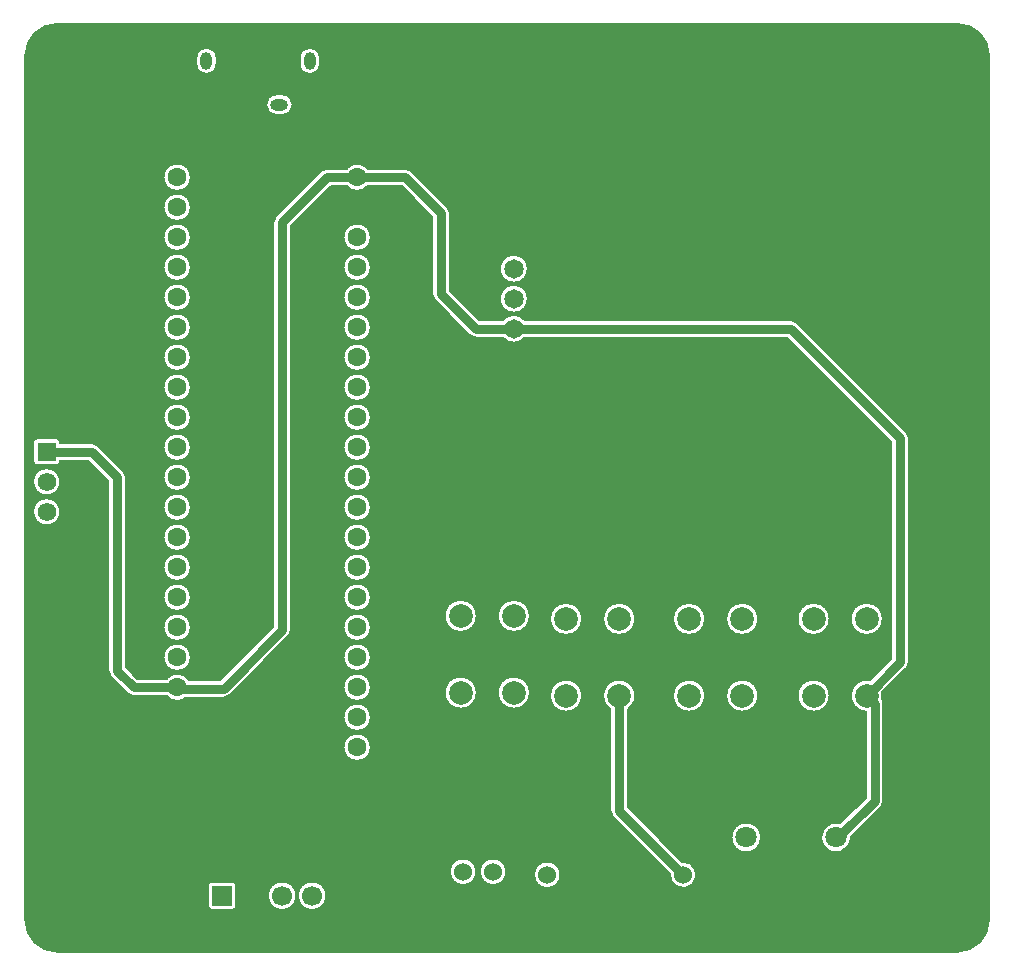
<source format=gbl>
G04 Layer: BottomLayer*
G04 EasyEDA Pro v2.2.34.8, 2025-02-03 13:19:09*
G04 Gerber Generator version 0.3*
G04 Scale: 100 percent, Rotated: No, Reflected: No*
G04 Dimensions in millimeters*
G04 Leading zeros omitted, absolute positions, 4 integers and 5 decimals*
%FSLAX45Y45*%
%MOMM*%
%ADD10C,0.2032*%
%ADD11C,1.8*%
%ADD12C,1.65001*%
%ADD13C,1.524*%
%ADD14R,1.5748X1.5748*%
%ADD15C,1.5748*%
%ADD16C,1.6*%
%ADD17C,2.0040*%
%ADD18C,2.0*%
%ADD19O,1.524X1.0*%
%ADD20O,1.0X1.524*%
%ADD21R,1.7X1.7*%
%ADD22C,1.7*%
%ADD23C,0.61*%
%ADD24C,0.762*%
G75*


G04 Copper Start*
G36*
G01X2982214Y9847300D02*
G02X3246400Y10111486I264186J0D01*
G01X10876000Y10111486D01*
G02X11140186Y9847300I0J-264186D01*
G01X11140186Y2522500D01*
G02X10876000Y2258314I-264186J0D01*
G01X3246400Y2258314D01*
G02X2982214Y2522500I0J264186D01*
G01X2982214Y9847300D01*
G37*
%LPC*%
G36*
G01X3685286Y4635500D02*
G03X3706935Y4583235I73914J0D01*
G01X3846630Y4443540D01*
G03X3898895Y4421891I52265J52265D01*
G01X4178037Y4421891D01*
G03X4344074Y4409186I89160J73914D01*
G01X4660900Y4409186D01*
G03X4713165Y4430835I0J73914D01*
G01X5208465Y4926135D01*
G03X5230114Y4978400I-52265J52265D01*
G01X5230114Y8402184D01*
G01X5567821Y8739891D01*
G01X5702037Y8739891D01*
G03X5880358Y8739891I89160J73914D01*
G01X6166979Y8739891D01*
G01X6428486Y8478384D01*
G01X6428486Y7823200D01*
G03X6450135Y7770935I73914J0D01*
G01X6742235Y7478835D01*
G03X6794500Y7457186I52265J52265D01*
G01X7025469Y7457186D01*
G03X7210240Y7457186I92385J73914D01*
G01X9430884Y7457186D01*
G01X10314686Y6573384D01*
G01X10314686Y4738430D01*
G01X10133895Y4557639D01*
G03X9970926Y4442418I-28302J-132832D01*
G03X10098786Y4289164I134667J-17611D01*
G01X10098786Y3561216D01*
G01X9882231Y3344661D01*
G03X9744667Y3149194I-36624J-120365D01*
G03X9971419Y3224789I100939J75102D01*
G01X10224965Y3478335D01*
G03X10246614Y3530600I-52265J52265D01*
G01X10246614Y4357700D01*
G03X10237633Y4393013I-73914J0D01*
G03X10238425Y4453109I-132040J31794D01*
G01X10440865Y4655549D01*
G03X10462514Y4707814I-52265J52265D01*
G01X10462514Y6604000D01*
G03X10440865Y6656265I-73914J0D01*
G01X9513765Y7583365D01*
G03X9461500Y7605014I-52265J-52265D01*
G01X7210240Y7605014D01*
G03X7025469Y7605014I-92385J-73914D01*
G01X6825116Y7605014D01*
G01X6576314Y7853816D01*
G01X6576314Y8509000D01*
G03X6554665Y8561265I-73914J0D01*
G01X6249860Y8866070D01*
G03X6197595Y8887719I-52265J-52265D01*
G01X5880358Y8887719D01*
G03X5702037Y8887719I-89160J-73914D01*
G01X5537205Y8887719D01*
G03X5484940Y8866070I0J-73914D01*
G01X5103935Y8485065D01*
G03X5082286Y8432800I52265J-52265D01*
G01X5082286Y5009016D01*
G01X4630284Y4557014D01*
G01X4365515Y4557014D01*
G03X4178037Y4569719I-98317J-61209D01*
G01X3929511Y4569719D01*
G01X3833114Y4666116D01*
G01X3833114Y6273800D01*
G03X3811465Y6326065I-73914J0D01*
G01X3595565Y6541965D01*
G03X3543300Y6563614I-52265J-52265D01*
G01X3276854Y6563614D01*
G01X3276854Y6568440D01*
G03X3241040Y6604254I-35814J0D01*
G01X3083560Y6604254D01*
G03X3047746Y6568440I0J-35814D01*
G01X3047746Y6410960D01*
G03X3083560Y6375146I35814J0D01*
G01X3241040Y6375146D01*
G03X3276854Y6410960I0J35814D01*
G01X3276854Y6415786D01*
G01X3512684Y6415786D01*
G01X3685286Y6243184D01*
G01X3685286Y4635500D01*
G37*
G36*
G01X3162300Y6096254D02*
G03X3162300Y5867146I0J-114554D01*
G03X3162300Y6096254I0J114554D01*
G37*
G36*
G01X3162300Y6350254D02*
G03X3162300Y6121146I0J-114554D01*
G03X3162300Y6350254I0J114554D01*
G37*
G36*
G01X4267197Y7173991D02*
G03X4267197Y7405619I0J115814D01*
G03X4267197Y7173991I0J-115814D01*
G37*
G36*
G01X4267197Y7427991D02*
G03X4267197Y7659619I0J115814D01*
G03X4267197Y7427991I0J-115814D01*
G37*
G36*
G01X4267197Y6919991D02*
G03X4267197Y7151619I0J115814D01*
G03X4267197Y6919991I0J-115814D01*
G37*
G36*
G01X4267197Y8189991D02*
G03X4267197Y8421619I0J115814D01*
G03X4267197Y8189991I0J-115814D01*
G37*
G36*
G01X4267197Y8443991D02*
G03X4267197Y8675619I0J115814D01*
G03X4267197Y8443991I0J-115814D01*
G37*
G36*
G01X4267197Y7681991D02*
G03X4267197Y7913619I0J115814D01*
G03X4267197Y7681991I0J-115814D01*
G37*
G36*
G01X4267197Y7935991D02*
G03X4267197Y8167619I0J115814D01*
G03X4267197Y7935991I0J-115814D01*
G37*
G36*
G01X4267197Y6665991D02*
G03X4267197Y6897619I0J115814D01*
G03X4267197Y6665991I0J-115814D01*
G37*
G36*
G01X4267197Y6157991D02*
G03X4267197Y6389619I0J115814D01*
G03X4267197Y6157991I0J-115814D01*
G37*
G36*
G01X4267197Y6411991D02*
G03X4267197Y6643619I0J115814D01*
G03X4267197Y6411991I0J-115814D01*
G37*
G36*
G01X4267197Y5903991D02*
G03X4267197Y6135619I0J115814D01*
G03X4267197Y5903991I0J-115814D01*
G37*
G36*
G01X4267197Y8697991D02*
G03X4267197Y8929619I0J115814D01*
G03X4267197Y8697991I0J-115814D01*
G37*
G36*
G01X4267197Y4633991D02*
G03X4267197Y4865619I0J115814D01*
G03X4267197Y4633991I0J-115814D01*
G37*
G36*
G01X4267197Y5395991D02*
G03X4267197Y5627619I0J115814D01*
G03X4267197Y5395991I0J-115814D01*
G37*
G36*
G01X4267197Y5649991D02*
G03X4267197Y5881619I0J115814D01*
G03X4267197Y5649991I0J-115814D01*
G37*
G36*
G01X4267197Y4887991D02*
G03X4267197Y5119619I0J115814D01*
G03X4267197Y4887991I0J-115814D01*
G37*
G36*
G01X4267197Y5141991D02*
G03X4267197Y5373619I0J115814D01*
G03X4267197Y5141991I0J-115814D01*
G37*
G36*
G01X4601324Y9772714D02*
G01X4601324Y9825114D01*
G03X4429697Y9825114I-85814J0D01*
G01X4429697Y9772714D01*
G03X4601324Y9772714I85814J0D01*
G37*
G36*
G01X4733200Y2609686D02*
G03X4769014Y2645500I0J35814D01*
G01X4769014Y2815500D01*
G03X4733200Y2851314I-35814J0D01*
G01X4563200Y2851314D01*
G03X4527386Y2815500I0J-35814D01*
G01X4527386Y2645500D01*
G03X4563200Y2609686I35814J0D01*
G01X4733200Y2609686D01*
G37*
G36*
G01X5106810Y9343098D02*
G01X5159210Y9343098D01*
G03X5159210Y9514726I0J85814D01*
G01X5106810Y9514726D01*
G03X5106810Y9343098I0J-85814D01*
G37*
G36*
G01X5035386Y2730500D02*
G03X5277014Y2730500I120814J0D01*
G03X5035386Y2730500I-120814J0D01*
G37*
G36*
G01X5289386Y2730500D02*
G03X5531014Y2730500I120814J0D01*
G03X5289386Y2730500I-120814J0D01*
G37*
G36*
G01X5476329Y9772714D02*
G01X5476329Y9825114D01*
G03X5304701Y9825114I-85814J0D01*
G01X5304701Y9772714D01*
G03X5476329Y9772714I85814J0D01*
G37*
G36*
G01X5791197Y7173991D02*
G03X5791197Y7405619I0J115814D01*
G03X5791197Y7173991I0J-115814D01*
G37*
G36*
G01X5791197Y6919991D02*
G03X5791197Y7151619I0J115814D01*
G03X5791197Y6919991I0J-115814D01*
G37*
G36*
G01X5791197Y7427991D02*
G03X5791197Y7659619I0J115814D01*
G03X5791197Y7427991I0J-115814D01*
G37*
G36*
G01X5791197Y8189991D02*
G03X5791197Y8421619I0J115814D01*
G03X5791197Y8189991I0J-115814D01*
G37*
G36*
G01X5791197Y7681991D02*
G03X5791197Y7913619I0J115814D01*
G03X5791197Y7681991I0J-115814D01*
G37*
G36*
G01X5791197Y7935991D02*
G03X5791197Y8167619I0J115814D01*
G03X5791197Y7935991I0J-115814D01*
G37*
G36*
G01X5791197Y6157991D02*
G03X5791197Y6389619I0J115814D01*
G03X5791197Y6157991I0J-115814D01*
G37*
G36*
G01X5791197Y6411991D02*
G03X5791197Y6643619I0J115814D01*
G03X5791197Y6411991I0J-115814D01*
G37*
G36*
G01X5791197Y6665991D02*
G03X5791197Y6897619I0J115814D01*
G03X5791197Y6665991I0J-115814D01*
G37*
G36*
G01X5791197Y5903991D02*
G03X5791197Y6135619I0J115814D01*
G03X5791197Y5903991I0J-115814D01*
G37*
G36*
G01X5791197Y4633991D02*
G03X5791197Y4865619I0J115814D01*
G03X5791197Y4633991I0J-115814D01*
G37*
G36*
G01X5791197Y3871991D02*
G03X5791197Y4103619I0J115814D01*
G03X5791197Y3871991I0J-115814D01*
G37*
G36*
G01X5791197Y4379991D02*
G03X5791197Y4611619I0J115814D01*
G03X5791197Y4379991I0J-115814D01*
G37*
G36*
G01X5791197Y4125991D02*
G03X5791197Y4357619I0J115814D01*
G03X5791197Y4125991I0J-115814D01*
G37*
G36*
G01X5791197Y5395991D02*
G03X5791197Y5627619I0J115814D01*
G03X5791197Y5395991I0J-115814D01*
G37*
G36*
G01X5791197Y5649991D02*
G03X5791197Y5881619I0J115814D01*
G03X5791197Y5649991I0J-115814D01*
G37*
G36*
G01X5791197Y5141991D02*
G03X5791197Y5373619I0J115814D01*
G03X5791197Y5141991I0J-115814D01*
G37*
G36*
G01X5791197Y4887991D02*
G03X5791197Y5119619I0J115814D01*
G03X5791197Y4887991I0J-115814D01*
G37*
G36*
G01X6668046Y4586021D02*
G03X6668046Y4314393I0J-135814D01*
G03X6668046Y4586021I0J135814D01*
G37*
G36*
G01X6668046Y5236007D02*
G03X6668046Y4964379I0J-135814D01*
G03X6668046Y5236007I0J135814D01*
G37*
G36*
G01X6799847Y2933700D02*
G03X6575819Y2933700I-112014J0D01*
G03X6799847Y2933700I112014J0D01*
G37*
G36*
G01X7053847Y2933700D02*
G03X6829819Y2933700I-112014J0D01*
G03X7053847Y2933700I112014J0D01*
G37*
G36*
G01X7118033Y4586021D02*
G03X7118033Y4314393I0J-135814D01*
G03X7118033Y4586021I0J135814D01*
G37*
G36*
G01X7118033Y5236007D02*
G03X7118033Y4964379I0J-135814D01*
G03X7118033Y5236007I0J135814D01*
G37*
G36*
G01X7117855Y7666786D02*
G03X7117855Y7903414I0J118314D01*
G03X7117855Y7666786I0J-118314D01*
G37*
G36*
G01X7117855Y7920786D02*
G03X7117855Y8157414I0J118314D01*
G03X7117855Y7920786I0J-118314D01*
G37*
G36*
G01X7288583Y2908300D02*
G03X7512611Y2908300I112014J0D01*
G03X7288583Y2908300I-112014J0D01*
G37*
G36*
G01X7560107Y4560621D02*
G03X7560107Y4288993I0J-135814D01*
G03X7560107Y4560621I0J135814D01*
G37*
G36*
G01X7560107Y5210607D02*
G03X7560107Y4938979I0J-135814D01*
G03X7560107Y5210607I0J135814D01*
G37*
G36*
G01X8084007Y4310868D02*
G03X8010093Y4560621I-73914J113939D01*
G03X7936179Y4310868I0J-135814D01*
G01X7936179Y3448815D01*
G03X7957828Y3396549I73914J0D01*
G01X8438829Y2915549D01*
G03X8629814Y2829094I111779J-7249D01*
G03X8543359Y3020079I-79206J79206D01*
G01X8084007Y3479431D01*
G01X8084007Y4310868D01*
G37*
G36*
G01X8010093Y5210607D02*
G03X8010093Y4938979I0J-135814D01*
G03X8010093Y5210607I0J135814D01*
G37*
G36*
G01X8601507Y4560621D02*
G03X8601507Y4288993I0J-135814D01*
G03X8601507Y4560621I0J135814D01*
G37*
G36*
G01X8601507Y5210607D02*
G03X8601507Y4938979I0J-135814D01*
G03X8601507Y5210607I0J135814D01*
G37*
G36*
G01X9051493Y4560621D02*
G03X9051493Y4288993I0J-135814D01*
G03X9051493Y4560621I0J135814D01*
G37*
G36*
G01X9051493Y5210607D02*
G03X9051493Y4938979I0J-135814D01*
G03X9051493Y5210607I0J135814D01*
G37*
G36*
G01X9211427Y3224296D02*
G03X8959799Y3224296I-125814J0D01*
G03X9211427Y3224296I125814J0D01*
G37*
G36*
G01X9655607Y4560621D02*
G03X9655607Y4288993I0J-135814D01*
G03X9655607Y4560621I0J135814D01*
G37*
G36*
G01X9655607Y5210607D02*
G03X9655607Y4938979I0J-135814D01*
G03X9655607Y5210607I0J135814D01*
G37*
G36*
G01X10105593Y5210607D02*
G03X10105593Y4938979I0J-135814D01*
G03X10105593Y5210607I0J135814D01*
G37*
%LPD*%
G54D10*
G01X2982214Y9847300D02*
G02X3246400Y10111486I264186J0D01*
G01X10876000Y10111486D01*
G02X11140186Y9847300I0J-264186D01*
G01X11140186Y2522500D01*
G02X10876000Y2258314I-264186J0D01*
G01X3246400Y2258314D01*
G02X2982214Y2522500I0J264186D01*
G01X2982214Y9847300D01*
G01X3685286Y4635500D02*
G03X3706935Y4583235I73914J0D01*
G01X3846630Y4443540D01*
G03X3898895Y4421891I52265J52265D01*
G01X4178037Y4421891D01*
G03X4344074Y4409186I89160J73914D01*
G01X4660900Y4409186D01*
G03X4713165Y4430835I0J73914D01*
G01X5208465Y4926135D01*
G03X5230114Y4978400I-52265J52265D01*
G01X5230114Y8402184D01*
G01X5567821Y8739891D01*
G01X5702037Y8739891D01*
G03X5880358Y8739891I89160J73914D01*
G01X6166979Y8739891D01*
G01X6428486Y8478384D01*
G01X6428486Y7823200D01*
G03X6450135Y7770935I73914J0D01*
G01X6742235Y7478835D01*
G03X6794500Y7457186I52265J52265D01*
G01X7025469Y7457186D01*
G03X7210240Y7457186I92385J73914D01*
G01X9430884Y7457186D01*
G01X10314686Y6573384D01*
G01X10314686Y4738430D01*
G01X10133895Y4557639D01*
G03X9970926Y4442418I-28302J-132832D01*
G03X10098786Y4289164I134667J-17611D01*
G01X10098786Y3561216D01*
G01X9882231Y3344661D01*
G03X9744667Y3149194I-36624J-120365D01*
G03X9971419Y3224789I100939J75102D01*
G01X10224965Y3478335D01*
G03X10246614Y3530600I-52265J52265D01*
G01X10246614Y4357700D01*
G03X10237633Y4393013I-73914J0D01*
G03X10238425Y4453109I-132040J31794D01*
G01X10440865Y4655549D01*
G03X10462514Y4707814I-52265J52265D01*
G01X10462514Y6604000D01*
G03X10440865Y6656265I-73914J0D01*
G01X9513765Y7583365D01*
G03X9461500Y7605014I-52265J-52265D01*
G01X7210240Y7605014D01*
G03X7025469Y7605014I-92385J-73914D01*
G01X6825116Y7605014D01*
G01X6576314Y7853816D01*
G01X6576314Y8509000D01*
G03X6554665Y8561265I-73914J0D01*
G01X6249860Y8866070D01*
G03X6197595Y8887719I-52265J-52265D01*
G01X5880358Y8887719D01*
G03X5702037Y8887719I-89160J-73914D01*
G01X5537205Y8887719D01*
G03X5484940Y8866070I0J-73914D01*
G01X5103935Y8485065D01*
G03X5082286Y8432800I52265J-52265D01*
G01X5082286Y5009016D01*
G01X4630284Y4557014D01*
G01X4365515Y4557014D01*
G03X4178037Y4569719I-98317J-61209D01*
G01X3929511Y4569719D01*
G01X3833114Y4666116D01*
G01X3833114Y6273800D01*
G03X3811465Y6326065I-73914J0D01*
G01X3595565Y6541965D01*
G03X3543300Y6563614I-52265J-52265D01*
G01X3276854Y6563614D01*
G01X3276854Y6568440D01*
G03X3241040Y6604254I-35814J0D01*
G01X3083560Y6604254D01*
G03X3047746Y6568440I0J-35814D01*
G01X3047746Y6410960D01*
G03X3083560Y6375146I35814J0D01*
G01X3241040Y6375146D01*
G03X3276854Y6410960I0J35814D01*
G01X3276854Y6415786D01*
G01X3512684Y6415786D01*
G01X3685286Y6243184D01*
G01X3685286Y4635500D01*
G01X3162300Y6096254D02*
G03X3162300Y5867146I0J-114554D01*
G03X3162300Y6096254I0J114554D01*
G01X3162300Y6350254D02*
G03X3162300Y6121146I0J-114554D01*
G03X3162300Y6350254I0J114554D01*
G01X4267197Y7173991D02*
G03X4267197Y7405619I0J115814D01*
G03X4267197Y7173991I0J-115814D01*
G01X4267197Y7427991D02*
G03X4267197Y7659619I0J115814D01*
G03X4267197Y7427991I0J-115814D01*
G01X4267197Y6919991D02*
G03X4267197Y7151619I0J115814D01*
G03X4267197Y6919991I0J-115814D01*
G01X4267197Y8189991D02*
G03X4267197Y8421619I0J115814D01*
G03X4267197Y8189991I0J-115814D01*
G01X4267197Y8443991D02*
G03X4267197Y8675619I0J115814D01*
G03X4267197Y8443991I0J-115814D01*
G01X4267197Y7681991D02*
G03X4267197Y7913619I0J115814D01*
G03X4267197Y7681991I0J-115814D01*
G01X4267197Y7935991D02*
G03X4267197Y8167619I0J115814D01*
G03X4267197Y7935991I0J-115814D01*
G01X4267197Y6665991D02*
G03X4267197Y6897619I0J115814D01*
G03X4267197Y6665991I0J-115814D01*
G01X4267197Y6157991D02*
G03X4267197Y6389619I0J115814D01*
G03X4267197Y6157991I0J-115814D01*
G01X4267197Y6411991D02*
G03X4267197Y6643619I0J115814D01*
G03X4267197Y6411991I0J-115814D01*
G01X4267197Y5903991D02*
G03X4267197Y6135619I0J115814D01*
G03X4267197Y5903991I0J-115814D01*
G01X4267197Y8697991D02*
G03X4267197Y8929619I0J115814D01*
G03X4267197Y8697991I0J-115814D01*
G01X4267197Y4633991D02*
G03X4267197Y4865619I0J115814D01*
G03X4267197Y4633991I0J-115814D01*
G01X4267197Y5395991D02*
G03X4267197Y5627619I0J115814D01*
G03X4267197Y5395991I0J-115814D01*
G01X4267197Y5649991D02*
G03X4267197Y5881619I0J115814D01*
G03X4267197Y5649991I0J-115814D01*
G01X4267197Y4887991D02*
G03X4267197Y5119619I0J115814D01*
G03X4267197Y4887991I0J-115814D01*
G01X4267197Y5141991D02*
G03X4267197Y5373619I0J115814D01*
G03X4267197Y5141991I0J-115814D01*
G01X4601324Y9772714D02*
G01X4601324Y9825114D01*
G03X4429697Y9825114I-85814J0D01*
G01X4429697Y9772714D01*
G03X4601324Y9772714I85814J0D01*
G01X4733200Y2609686D02*
G03X4769014Y2645500I0J35814D01*
G01X4769014Y2815500D01*
G03X4733200Y2851314I-35814J0D01*
G01X4563200Y2851314D01*
G03X4527386Y2815500I0J-35814D01*
G01X4527386Y2645500D01*
G03X4563200Y2609686I35814J0D01*
G01X4733200Y2609686D01*
G01X5106810Y9343098D02*
G01X5159210Y9343098D01*
G03X5159210Y9514726I0J85814D01*
G01X5106810Y9514726D01*
G03X5106810Y9343098I0J-85814D01*
G01X5035386Y2730500D02*
G03X5277014Y2730500I120814J0D01*
G03X5035386Y2730500I-120814J0D01*
G01X5289386Y2730500D02*
G03X5531014Y2730500I120814J0D01*
G03X5289386Y2730500I-120814J0D01*
G01X5476329Y9772714D02*
G01X5476329Y9825114D01*
G03X5304701Y9825114I-85814J0D01*
G01X5304701Y9772714D01*
G03X5476329Y9772714I85814J0D01*
G01X5791197Y7173991D02*
G03X5791197Y7405619I0J115814D01*
G03X5791197Y7173991I0J-115814D01*
G01X5791197Y6919991D02*
G03X5791197Y7151619I0J115814D01*
G03X5791197Y6919991I0J-115814D01*
G01X5791197Y7427991D02*
G03X5791197Y7659619I0J115814D01*
G03X5791197Y7427991I0J-115814D01*
G01X5791197Y8189991D02*
G03X5791197Y8421619I0J115814D01*
G03X5791197Y8189991I0J-115814D01*
G01X5791197Y7681991D02*
G03X5791197Y7913619I0J115814D01*
G03X5791197Y7681991I0J-115814D01*
G01X5791197Y7935991D02*
G03X5791197Y8167619I0J115814D01*
G03X5791197Y7935991I0J-115814D01*
G01X5791197Y6157991D02*
G03X5791197Y6389619I0J115814D01*
G03X5791197Y6157991I0J-115814D01*
G01X5791197Y6411991D02*
G03X5791197Y6643619I0J115814D01*
G03X5791197Y6411991I0J-115814D01*
G01X5791197Y6665991D02*
G03X5791197Y6897619I0J115814D01*
G03X5791197Y6665991I0J-115814D01*
G01X5791197Y5903991D02*
G03X5791197Y6135619I0J115814D01*
G03X5791197Y5903991I0J-115814D01*
G01X5791197Y4633991D02*
G03X5791197Y4865619I0J115814D01*
G03X5791197Y4633991I0J-115814D01*
G01X5791197Y3871991D02*
G03X5791197Y4103619I0J115814D01*
G03X5791197Y3871991I0J-115814D01*
G01X5791197Y4379991D02*
G03X5791197Y4611619I0J115814D01*
G03X5791197Y4379991I0J-115814D01*
G01X5791197Y4125991D02*
G03X5791197Y4357619I0J115814D01*
G03X5791197Y4125991I0J-115814D01*
G01X5791197Y5395991D02*
G03X5791197Y5627619I0J115814D01*
G03X5791197Y5395991I0J-115814D01*
G01X5791197Y5649991D02*
G03X5791197Y5881619I0J115814D01*
G03X5791197Y5649991I0J-115814D01*
G01X5791197Y5141991D02*
G03X5791197Y5373619I0J115814D01*
G03X5791197Y5141991I0J-115814D01*
G01X5791197Y4887991D02*
G03X5791197Y5119619I0J115814D01*
G03X5791197Y4887991I0J-115814D01*
G01X6668046Y4586021D02*
G03X6668046Y4314393I0J-135814D01*
G03X6668046Y4586021I0J135814D01*
G01X6668046Y5236007D02*
G03X6668046Y4964379I0J-135814D01*
G03X6668046Y5236007I0J135814D01*
G01X6799847Y2933700D02*
G03X6575819Y2933700I-112014J0D01*
G03X6799847Y2933700I112014J0D01*
G01X7053847Y2933700D02*
G03X6829819Y2933700I-112014J0D01*
G03X7053847Y2933700I112014J0D01*
G01X7118033Y4586021D02*
G03X7118033Y4314393I0J-135814D01*
G03X7118033Y4586021I0J135814D01*
G01X7118033Y5236007D02*
G03X7118033Y4964379I0J-135814D01*
G03X7118033Y5236007I0J135814D01*
G01X7117855Y7666786D02*
G03X7117855Y7903414I0J118314D01*
G03X7117855Y7666786I0J-118314D01*
G01X7117855Y7920786D02*
G03X7117855Y8157414I0J118314D01*
G03X7117855Y7920786I0J-118314D01*
G01X7288583Y2908300D02*
G03X7512611Y2908300I112014J0D01*
G03X7288583Y2908300I-112014J0D01*
G01X7560107Y4560621D02*
G03X7560107Y4288993I0J-135814D01*
G03X7560107Y4560621I0J135814D01*
G01X7560107Y5210607D02*
G03X7560107Y4938979I0J-135814D01*
G03X7560107Y5210607I0J135814D01*
G01X8084007Y4310868D02*
G03X8010093Y4560621I-73914J113939D01*
G03X7936179Y4310868I0J-135814D01*
G01X7936179Y3448815D01*
G03X7957828Y3396549I73914J0D01*
G01X8438829Y2915549D01*
G03X8629814Y2829094I111779J-7249D01*
G03X8543359Y3020079I-79206J79206D01*
G01X8084007Y3479431D01*
G01X8084007Y4310868D01*
G01X8010093Y5210607D02*
G03X8010093Y4938979I0J-135814D01*
G03X8010093Y5210607I0J135814D01*
G01X8601507Y4560621D02*
G03X8601507Y4288993I0J-135814D01*
G03X8601507Y4560621I0J135814D01*
G01X8601507Y5210607D02*
G03X8601507Y4938979I0J-135814D01*
G03X8601507Y5210607I0J135814D01*
G01X9051493Y4560621D02*
G03X9051493Y4288993I0J-135814D01*
G03X9051493Y4560621I0J135814D01*
G01X9051493Y5210607D02*
G03X9051493Y4938979I0J-135814D01*
G03X9051493Y5210607I0J135814D01*
G01X9211427Y3224296D02*
G03X8959799Y3224296I-125814J0D01*
G03X9211427Y3224296I125814J0D01*
G01X9655607Y4560621D02*
G03X9655607Y4288993I0J-135814D01*
G03X9655607Y4560621I0J135814D01*
G01X9655607Y5210607D02*
G03X9655607Y4938979I0J-135814D01*
G03X9655607Y5210607I0J135814D01*
G01X10105593Y5210607D02*
G03X10105593Y4938979I0J-135814D01*
G03X10105593Y5210607I0J135814D01*
G04 Copper End*

G04 Pad Start*
G54D11*
G01X9085613Y3224296D03*
G01X9845606Y3224296D03*
G54D12*
G01X7117855Y8039100D03*
G01X7117855Y7785100D03*
G01X7117855Y7531100D03*
G01X7118109Y7277100D03*
G54D13*
G01X7400597Y2908300D03*
G01X8550608Y2908300D03*
G54D14*
G01X3162300Y6489700D03*
G54D15*
G01X3162300Y6235700D03*
G01X3162300Y5981700D03*
G01X3162300Y5727700D03*
G54D16*
G01X5791197Y3987805D03*
G01X5791197Y4241805D03*
G01X5791197Y4495805D03*
G01X5791197Y4749805D03*
G01X5791197Y5003805D03*
G01X5791197Y5257805D03*
G01X5791197Y5511805D03*
G01X5791197Y5765805D03*
G01X5791197Y6019805D03*
G01X5791197Y6273805D03*
G01X5791197Y6527805D03*
G01X5791197Y6781805D03*
G01X5791197Y7035805D03*
G01X5791197Y7289805D03*
G01X5791197Y7543805D03*
G01X5791197Y7797805D03*
G01X5791197Y8051805D03*
G01X5791197Y8305805D03*
G01X5791197Y8559805D03*
G01X5791197Y8813805D03*
G01X4267197Y8813805D03*
G01X4267197Y8559805D03*
G01X4267197Y8305805D03*
G01X4267197Y8051805D03*
G01X4267197Y7797805D03*
G01X4267197Y7543805D03*
G01X4267197Y7289805D03*
G01X4267197Y7035805D03*
G01X4267197Y6781805D03*
G01X4267197Y6527805D03*
G01X4267197Y6273805D03*
G01X4267197Y6019805D03*
G01X4267197Y5765805D03*
G01X4267197Y5511805D03*
G01X4267197Y5257805D03*
G01X4267197Y5003805D03*
G01X4267197Y4749805D03*
G01X4267197Y4495805D03*
G01X4267197Y4241805D03*
G01X4267197Y3987805D03*
G54D18*
G01X7118033Y5100193D03*
G01X6668046Y5100193D03*
G01X6668046Y4450207D03*
G01X7118033Y4450207D03*
G01X8010093Y5074793D03*
G01X7560107Y5074793D03*
G01X7560107Y4424807D03*
G01X8010093Y4424807D03*
G01X9051493Y5074793D03*
G01X8601507Y5074793D03*
G01X8601507Y4424807D03*
G01X9051493Y4424807D03*
G01X10105593Y5074793D03*
G01X9655607Y5074793D03*
G01X9655607Y4424807D03*
G01X10105593Y4424807D03*
G54D13*
G01X6941833Y2933700D03*
G01X6687833Y2933700D03*
G54D19*
G01X5133010Y9428912D03*
G01X4773016Y9428912D03*
G54D20*
G01X4515510Y9798914D03*
G01X5390515Y9798914D03*
G54D21*
G01X4648200Y2730500D03*
G54D22*
G01X4902200Y2730500D03*
G01X5156200Y2730500D03*
G01X5410200Y2730500D03*
G04 Pad End*

G04 Via Start*
G54D23*
G01X3421400Y9596100D03*
G01X3929400Y9596100D03*
G01X4437400Y9596100D03*
G01X4945400Y9596100D03*
G01X5453400Y9596100D03*
G01X5961400Y9596100D03*
G01X6469400Y9596100D03*
G01X6977400Y9596100D03*
G01X7485400Y9596100D03*
G01X7993400Y9596100D03*
G01X8501400Y9596100D03*
G01X9009400Y9596100D03*
G01X9517400Y9596100D03*
G01X10025400Y9596100D03*
G01X10533400Y9596100D03*
G01X11041400Y9596100D03*
G01X3421400Y9088100D03*
G01X3929400Y9088100D03*
G01X4437400Y9088100D03*
G01X4945400Y9088100D03*
G01X5453400Y9088100D03*
G01X5961400Y9088100D03*
G01X6469400Y9088100D03*
G01X6977400Y9088100D03*
G01X7485400Y9088100D03*
G01X7993400Y9088100D03*
G01X8501400Y9088100D03*
G01X9009400Y9088100D03*
G01X9517400Y9088100D03*
G01X10025400Y9088100D03*
G01X10533400Y9088100D03*
G01X11041400Y9088100D03*
G01X3421400Y8580100D03*
G01X3929400Y8580100D03*
G01X4437400Y8580100D03*
G01X4945400Y8580100D03*
G01X5453400Y8580100D03*
G01X5961400Y8580100D03*
G01X6977400Y8580100D03*
G01X7485400Y8580100D03*
G01X7993400Y8580100D03*
G01X8501400Y8580100D03*
G01X9009400Y8580100D03*
G01X9517400Y8580100D03*
G01X10025400Y8580100D03*
G01X10533400Y8580100D03*
G01X11041400Y8580100D03*
G01X3421400Y8072100D03*
G01X3929400Y8072100D03*
G01X4437400Y8072100D03*
G01X4945400Y8072100D03*
G01X5453400Y8072100D03*
G01X7485400Y8072100D03*
G01X7993400Y8072100D03*
G01X8501400Y8072100D03*
G01X9009400Y8072100D03*
G01X9517400Y8072100D03*
G01X10025400Y8072100D03*
G01X10533400Y8072100D03*
G01X11041400Y8072100D03*
G01X3421400Y7564100D03*
G01X3929400Y7564100D03*
G01X4437400Y7564100D03*
G01X4945400Y7564100D03*
G01X5453400Y7564100D03*
G01X5961400Y7564100D03*
G01X6469400Y7564100D03*
G01X10025400Y7564100D03*
G01X10533400Y7564100D03*
G01X11041400Y7564100D03*
G01X3421400Y7056100D03*
G01X3929400Y7056100D03*
G01X4945400Y7322800D03*
G01X4945400Y7056100D03*
G01X5453400Y7056100D03*
G01X9009400Y7056100D03*
G01X9517400Y7056100D03*
G01X10533400Y7056100D03*
G01X11041400Y7056100D03*
G01X3929400Y6548100D03*
G01X4437400Y6548100D03*
G01X4945400Y6548100D03*
G01X5453400Y6548100D03*
G01X6469400Y6548100D03*
G01X6977400Y6548100D03*
G01X7485400Y6548100D03*
G01X7993400Y6548100D03*
G01X9009400Y6548100D03*
G01X9517400Y6548100D03*
G01X10025400Y6548100D03*
G01X10533400Y6548100D03*
G01X11041400Y6548100D03*
G01X4437400Y6040100D03*
G01X4945400Y6040100D03*
G01X5453400Y6040100D03*
G01X5961400Y6040100D03*
G01X6977400Y6040100D03*
G01X7993400Y6040100D03*
G01X9009400Y6040100D03*
G01X9517400Y6040100D03*
G01X10025400Y6040100D03*
G01X11041400Y6040100D03*
G01X3421400Y5532100D03*
G01X3929400Y5532100D03*
G01X4437400Y5532100D03*
G01X4945400Y5532100D03*
G01X5453400Y5532100D03*
G01X5961400Y5532100D03*
G01X6469400Y5532100D03*
G01X6977400Y5532100D03*
G01X7993400Y5532100D03*
G01X9009400Y5532100D03*
G01X9517400Y5532100D03*
G01X10025400Y5532100D03*
G01X11041400Y5532100D03*
G01X3421400Y5024100D03*
G01X3929400Y5024100D03*
G01X4437400Y5024100D03*
G01X4945400Y5024100D03*
G01X5453400Y5024100D03*
G01X5961400Y5024100D03*
G01X6469400Y5024100D03*
G01X11041400Y5024100D03*
G01X3421400Y4516100D03*
G01X4945400Y4516100D03*
G01X5453400Y4516100D03*
G01X6469400Y4516100D03*
G01X11041400Y4516100D03*
G01X3421400Y4008100D03*
G01X3878600Y4008100D03*
G01X4437400Y4008100D03*
G01X4945400Y4008100D03*
G01X5453400Y4008100D03*
G01X5961400Y4008100D03*
G01X6977400Y4008100D03*
G01X7485400Y4008100D03*
G01X8501400Y4008100D03*
G01X9009400Y4008100D03*
G01X9517400Y4008100D03*
G01X10025400Y4008100D03*
G01X11041400Y4008100D03*
G01X3421400Y3500100D03*
G01X3878600Y3500100D03*
G01X4437400Y3500100D03*
G01X4437400Y3208000D03*
G01X5453400Y3500100D03*
G01X5961400Y3500100D03*
G01X6977400Y3500100D03*
G01X9517400Y3500100D03*
G01X10533400Y3500100D03*
G01X11041400Y3500100D03*
G01X3421400Y2992100D03*
G01X3865900Y2992100D03*
G01X4437400Y2992100D03*
G01X4945400Y2992100D03*
G01X5720100Y2992100D03*
G01X5961400Y2992100D03*
G01X6469400Y2992100D03*
G01X7993400Y2992100D03*
G01X9009400Y2992100D03*
G01X9517400Y2992100D03*
G01X10025400Y2992100D03*
G01X10533400Y2992100D03*
G01X11041400Y2992100D03*
G01X3421400Y2484100D03*
G01X3929400Y2484100D03*
G01X4437400Y2484100D03*
G01X4945400Y2484100D03*
G01X5453400Y2484100D03*
G01X5961400Y2484100D03*
G01X6469400Y2484100D03*
G01X6977400Y2484100D03*
G01X7485400Y2484100D03*
G01X7993400Y2484100D03*
G01X8501400Y2484100D03*
G01X9009400Y2484100D03*
G01X9517400Y2484100D03*
G01X10025400Y2484100D03*
G01X10533400Y2484100D03*
G01X11041400Y2484100D03*
G04 Via End*

G04 Track Start*
G54D24*
G01X3759200Y6273800D02*
G01X3543300Y6489700D01*
G01X4267197Y4495805D02*
G01X3898895Y4495805D01*
G01X3759200Y4635500D02*
G01X3759200Y6273800D01*
G01X3898895Y4495805D02*
G01X3759200Y4635500D01*
G01X5791197Y8813805D02*
G01X6197595Y8813805D01*
G01X6502400Y8509000D02*
G01X6502400Y7823200D01*
G01X6794500Y7531100D01*
G01X7117855Y7531100D01*
G01X6197595Y8813805D02*
G01X6502400Y8509000D01*
G01X7117855Y7531100D02*
G01X9461500Y7531100D01*
G01X10388600Y6604000D01*
G01X10388600Y4707814D01*
G01X10105593Y4424807D01*
G01X5791197Y8813805D02*
G01X5537205Y8813805D01*
G01X5156200Y8432800D01*
G01X5156200Y4978400D01*
G01X4660900Y4483100D01*
G01X4279903Y4483100D01*
G01X4267197Y4495805D01*
G01X8010093Y4424807D02*
G01X8010093Y3448815D01*
G01X8550608Y2908300D01*
G01X10105593Y4424807D02*
G01X10172700Y4357700D01*
G01X10172700Y3530600D01*
G01X9866396Y3224296D01*
G01X9845606Y3224296D01*
G01X3543300Y6489700D02*
G01X3162300Y6489700D01*
G04 Track End*

M02*


</source>
